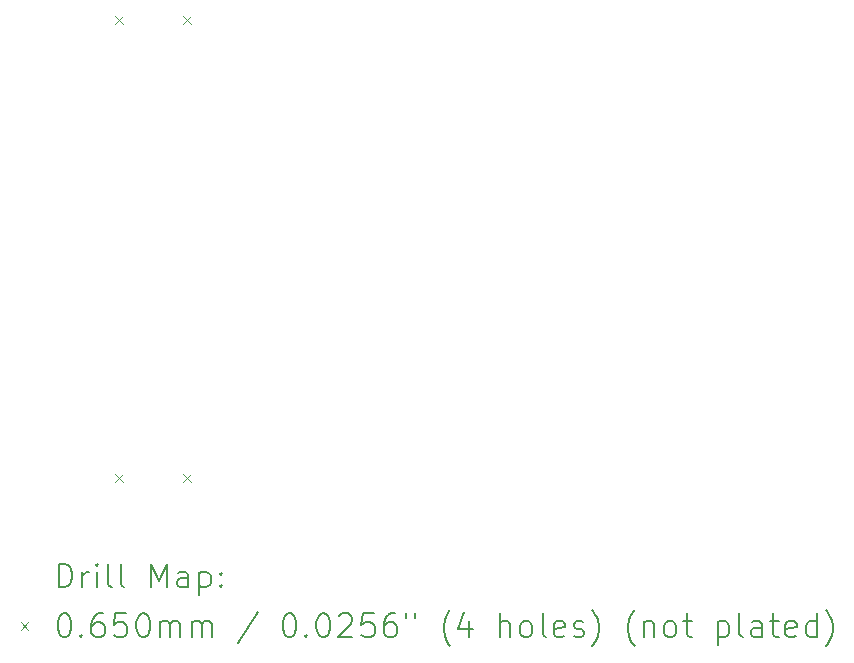
<source format=gbr>
%TF.GenerationSoftware,KiCad,Pcbnew,6.0.11+dfsg-1*%
%TF.CreationDate,2023-04-26T00:49:20+01:00*%
%TF.ProjectId,bico,6269636f-2e6b-4696-9361-645f70636258,rev?*%
%TF.SameCoordinates,Original*%
%TF.FileFunction,Drillmap*%
%TF.FilePolarity,Positive*%
%FSLAX45Y45*%
G04 Gerber Fmt 4.5, Leading zero omitted, Abs format (unit mm)*
G04 Created by KiCad (PCBNEW 6.0.11+dfsg-1) date 2023-04-26 00:49:20*
%MOMM*%
%LPD*%
G01*
G04 APERTURE LIST*
%ADD10C,0.200000*%
%ADD11C,0.065000*%
G04 APERTURE END LIST*
D10*
D11*
X14678500Y-8028000D02*
X14743500Y-8093000D01*
X14743500Y-8028000D02*
X14678500Y-8093000D01*
X14678500Y-11907000D02*
X14743500Y-11972000D01*
X14743500Y-11907000D02*
X14678500Y-11972000D01*
X15256500Y-8028000D02*
X15321500Y-8093000D01*
X15321500Y-8028000D02*
X15256500Y-8093000D01*
X15256500Y-11907000D02*
X15321500Y-11972000D01*
X15321500Y-11907000D02*
X15256500Y-11972000D01*
D10*
X14201619Y-12866476D02*
X14201619Y-12666476D01*
X14249238Y-12666476D01*
X14277809Y-12676000D01*
X14296857Y-12695048D01*
X14306381Y-12714095D01*
X14315905Y-12752190D01*
X14315905Y-12780762D01*
X14306381Y-12818857D01*
X14296857Y-12837905D01*
X14277809Y-12856952D01*
X14249238Y-12866476D01*
X14201619Y-12866476D01*
X14401619Y-12866476D02*
X14401619Y-12733143D01*
X14401619Y-12771238D02*
X14411143Y-12752190D01*
X14420667Y-12742667D01*
X14439714Y-12733143D01*
X14458762Y-12733143D01*
X14525428Y-12866476D02*
X14525428Y-12733143D01*
X14525428Y-12666476D02*
X14515905Y-12676000D01*
X14525428Y-12685524D01*
X14534952Y-12676000D01*
X14525428Y-12666476D01*
X14525428Y-12685524D01*
X14649238Y-12866476D02*
X14630190Y-12856952D01*
X14620667Y-12837905D01*
X14620667Y-12666476D01*
X14754000Y-12866476D02*
X14734952Y-12856952D01*
X14725428Y-12837905D01*
X14725428Y-12666476D01*
X14982571Y-12866476D02*
X14982571Y-12666476D01*
X15049238Y-12809333D01*
X15115905Y-12666476D01*
X15115905Y-12866476D01*
X15296857Y-12866476D02*
X15296857Y-12761714D01*
X15287333Y-12742667D01*
X15268286Y-12733143D01*
X15230190Y-12733143D01*
X15211143Y-12742667D01*
X15296857Y-12856952D02*
X15277809Y-12866476D01*
X15230190Y-12866476D01*
X15211143Y-12856952D01*
X15201619Y-12837905D01*
X15201619Y-12818857D01*
X15211143Y-12799809D01*
X15230190Y-12790286D01*
X15277809Y-12790286D01*
X15296857Y-12780762D01*
X15392095Y-12733143D02*
X15392095Y-12933143D01*
X15392095Y-12742667D02*
X15411143Y-12733143D01*
X15449238Y-12733143D01*
X15468286Y-12742667D01*
X15477809Y-12752190D01*
X15487333Y-12771238D01*
X15487333Y-12828381D01*
X15477809Y-12847428D01*
X15468286Y-12856952D01*
X15449238Y-12866476D01*
X15411143Y-12866476D01*
X15392095Y-12856952D01*
X15573048Y-12847428D02*
X15582571Y-12856952D01*
X15573048Y-12866476D01*
X15563524Y-12856952D01*
X15573048Y-12847428D01*
X15573048Y-12866476D01*
X15573048Y-12742667D02*
X15582571Y-12752190D01*
X15573048Y-12761714D01*
X15563524Y-12752190D01*
X15573048Y-12742667D01*
X15573048Y-12761714D01*
D11*
X13879000Y-13163500D02*
X13944000Y-13228500D01*
X13944000Y-13163500D02*
X13879000Y-13228500D01*
D10*
X14239714Y-13086476D02*
X14258762Y-13086476D01*
X14277809Y-13096000D01*
X14287333Y-13105524D01*
X14296857Y-13124571D01*
X14306381Y-13162667D01*
X14306381Y-13210286D01*
X14296857Y-13248381D01*
X14287333Y-13267428D01*
X14277809Y-13276952D01*
X14258762Y-13286476D01*
X14239714Y-13286476D01*
X14220667Y-13276952D01*
X14211143Y-13267428D01*
X14201619Y-13248381D01*
X14192095Y-13210286D01*
X14192095Y-13162667D01*
X14201619Y-13124571D01*
X14211143Y-13105524D01*
X14220667Y-13096000D01*
X14239714Y-13086476D01*
X14392095Y-13267428D02*
X14401619Y-13276952D01*
X14392095Y-13286476D01*
X14382571Y-13276952D01*
X14392095Y-13267428D01*
X14392095Y-13286476D01*
X14573048Y-13086476D02*
X14534952Y-13086476D01*
X14515905Y-13096000D01*
X14506381Y-13105524D01*
X14487333Y-13134095D01*
X14477809Y-13172190D01*
X14477809Y-13248381D01*
X14487333Y-13267428D01*
X14496857Y-13276952D01*
X14515905Y-13286476D01*
X14554000Y-13286476D01*
X14573048Y-13276952D01*
X14582571Y-13267428D01*
X14592095Y-13248381D01*
X14592095Y-13200762D01*
X14582571Y-13181714D01*
X14573048Y-13172190D01*
X14554000Y-13162667D01*
X14515905Y-13162667D01*
X14496857Y-13172190D01*
X14487333Y-13181714D01*
X14477809Y-13200762D01*
X14773048Y-13086476D02*
X14677809Y-13086476D01*
X14668286Y-13181714D01*
X14677809Y-13172190D01*
X14696857Y-13162667D01*
X14744476Y-13162667D01*
X14763524Y-13172190D01*
X14773048Y-13181714D01*
X14782571Y-13200762D01*
X14782571Y-13248381D01*
X14773048Y-13267428D01*
X14763524Y-13276952D01*
X14744476Y-13286476D01*
X14696857Y-13286476D01*
X14677809Y-13276952D01*
X14668286Y-13267428D01*
X14906381Y-13086476D02*
X14925428Y-13086476D01*
X14944476Y-13096000D01*
X14954000Y-13105524D01*
X14963524Y-13124571D01*
X14973048Y-13162667D01*
X14973048Y-13210286D01*
X14963524Y-13248381D01*
X14954000Y-13267428D01*
X14944476Y-13276952D01*
X14925428Y-13286476D01*
X14906381Y-13286476D01*
X14887333Y-13276952D01*
X14877809Y-13267428D01*
X14868286Y-13248381D01*
X14858762Y-13210286D01*
X14858762Y-13162667D01*
X14868286Y-13124571D01*
X14877809Y-13105524D01*
X14887333Y-13096000D01*
X14906381Y-13086476D01*
X15058762Y-13286476D02*
X15058762Y-13153143D01*
X15058762Y-13172190D02*
X15068286Y-13162667D01*
X15087333Y-13153143D01*
X15115905Y-13153143D01*
X15134952Y-13162667D01*
X15144476Y-13181714D01*
X15144476Y-13286476D01*
X15144476Y-13181714D02*
X15154000Y-13162667D01*
X15173048Y-13153143D01*
X15201619Y-13153143D01*
X15220667Y-13162667D01*
X15230190Y-13181714D01*
X15230190Y-13286476D01*
X15325428Y-13286476D02*
X15325428Y-13153143D01*
X15325428Y-13172190D02*
X15334952Y-13162667D01*
X15354000Y-13153143D01*
X15382571Y-13153143D01*
X15401619Y-13162667D01*
X15411143Y-13181714D01*
X15411143Y-13286476D01*
X15411143Y-13181714D02*
X15420667Y-13162667D01*
X15439714Y-13153143D01*
X15468286Y-13153143D01*
X15487333Y-13162667D01*
X15496857Y-13181714D01*
X15496857Y-13286476D01*
X15887333Y-13076952D02*
X15715905Y-13334095D01*
X16144476Y-13086476D02*
X16163524Y-13086476D01*
X16182571Y-13096000D01*
X16192095Y-13105524D01*
X16201619Y-13124571D01*
X16211143Y-13162667D01*
X16211143Y-13210286D01*
X16201619Y-13248381D01*
X16192095Y-13267428D01*
X16182571Y-13276952D01*
X16163524Y-13286476D01*
X16144476Y-13286476D01*
X16125428Y-13276952D01*
X16115905Y-13267428D01*
X16106381Y-13248381D01*
X16096857Y-13210286D01*
X16096857Y-13162667D01*
X16106381Y-13124571D01*
X16115905Y-13105524D01*
X16125428Y-13096000D01*
X16144476Y-13086476D01*
X16296857Y-13267428D02*
X16306381Y-13276952D01*
X16296857Y-13286476D01*
X16287333Y-13276952D01*
X16296857Y-13267428D01*
X16296857Y-13286476D01*
X16430190Y-13086476D02*
X16449238Y-13086476D01*
X16468286Y-13096000D01*
X16477809Y-13105524D01*
X16487333Y-13124571D01*
X16496857Y-13162667D01*
X16496857Y-13210286D01*
X16487333Y-13248381D01*
X16477809Y-13267428D01*
X16468286Y-13276952D01*
X16449238Y-13286476D01*
X16430190Y-13286476D01*
X16411143Y-13276952D01*
X16401619Y-13267428D01*
X16392095Y-13248381D01*
X16382571Y-13210286D01*
X16382571Y-13162667D01*
X16392095Y-13124571D01*
X16401619Y-13105524D01*
X16411143Y-13096000D01*
X16430190Y-13086476D01*
X16573048Y-13105524D02*
X16582571Y-13096000D01*
X16601619Y-13086476D01*
X16649238Y-13086476D01*
X16668286Y-13096000D01*
X16677809Y-13105524D01*
X16687333Y-13124571D01*
X16687333Y-13143619D01*
X16677809Y-13172190D01*
X16563524Y-13286476D01*
X16687333Y-13286476D01*
X16868286Y-13086476D02*
X16773048Y-13086476D01*
X16763524Y-13181714D01*
X16773048Y-13172190D01*
X16792095Y-13162667D01*
X16839714Y-13162667D01*
X16858762Y-13172190D01*
X16868286Y-13181714D01*
X16877810Y-13200762D01*
X16877810Y-13248381D01*
X16868286Y-13267428D01*
X16858762Y-13276952D01*
X16839714Y-13286476D01*
X16792095Y-13286476D01*
X16773048Y-13276952D01*
X16763524Y-13267428D01*
X17049238Y-13086476D02*
X17011143Y-13086476D01*
X16992095Y-13096000D01*
X16982571Y-13105524D01*
X16963524Y-13134095D01*
X16954000Y-13172190D01*
X16954000Y-13248381D01*
X16963524Y-13267428D01*
X16973048Y-13276952D01*
X16992095Y-13286476D01*
X17030190Y-13286476D01*
X17049238Y-13276952D01*
X17058762Y-13267428D01*
X17068286Y-13248381D01*
X17068286Y-13200762D01*
X17058762Y-13181714D01*
X17049238Y-13172190D01*
X17030190Y-13162667D01*
X16992095Y-13162667D01*
X16973048Y-13172190D01*
X16963524Y-13181714D01*
X16954000Y-13200762D01*
X17144476Y-13086476D02*
X17144476Y-13124571D01*
X17220667Y-13086476D02*
X17220667Y-13124571D01*
X17515905Y-13362667D02*
X17506381Y-13353143D01*
X17487333Y-13324571D01*
X17477810Y-13305524D01*
X17468286Y-13276952D01*
X17458762Y-13229333D01*
X17458762Y-13191238D01*
X17468286Y-13143619D01*
X17477810Y-13115048D01*
X17487333Y-13096000D01*
X17506381Y-13067428D01*
X17515905Y-13057905D01*
X17677810Y-13153143D02*
X17677810Y-13286476D01*
X17630190Y-13076952D02*
X17582571Y-13219809D01*
X17706381Y-13219809D01*
X17934952Y-13286476D02*
X17934952Y-13086476D01*
X18020667Y-13286476D02*
X18020667Y-13181714D01*
X18011143Y-13162667D01*
X17992095Y-13153143D01*
X17963524Y-13153143D01*
X17944476Y-13162667D01*
X17934952Y-13172190D01*
X18144476Y-13286476D02*
X18125429Y-13276952D01*
X18115905Y-13267428D01*
X18106381Y-13248381D01*
X18106381Y-13191238D01*
X18115905Y-13172190D01*
X18125429Y-13162667D01*
X18144476Y-13153143D01*
X18173048Y-13153143D01*
X18192095Y-13162667D01*
X18201619Y-13172190D01*
X18211143Y-13191238D01*
X18211143Y-13248381D01*
X18201619Y-13267428D01*
X18192095Y-13276952D01*
X18173048Y-13286476D01*
X18144476Y-13286476D01*
X18325429Y-13286476D02*
X18306381Y-13276952D01*
X18296857Y-13257905D01*
X18296857Y-13086476D01*
X18477810Y-13276952D02*
X18458762Y-13286476D01*
X18420667Y-13286476D01*
X18401619Y-13276952D01*
X18392095Y-13257905D01*
X18392095Y-13181714D01*
X18401619Y-13162667D01*
X18420667Y-13153143D01*
X18458762Y-13153143D01*
X18477810Y-13162667D01*
X18487333Y-13181714D01*
X18487333Y-13200762D01*
X18392095Y-13219809D01*
X18563524Y-13276952D02*
X18582571Y-13286476D01*
X18620667Y-13286476D01*
X18639714Y-13276952D01*
X18649238Y-13257905D01*
X18649238Y-13248381D01*
X18639714Y-13229333D01*
X18620667Y-13219809D01*
X18592095Y-13219809D01*
X18573048Y-13210286D01*
X18563524Y-13191238D01*
X18563524Y-13181714D01*
X18573048Y-13162667D01*
X18592095Y-13153143D01*
X18620667Y-13153143D01*
X18639714Y-13162667D01*
X18715905Y-13362667D02*
X18725429Y-13353143D01*
X18744476Y-13324571D01*
X18754000Y-13305524D01*
X18763524Y-13276952D01*
X18773048Y-13229333D01*
X18773048Y-13191238D01*
X18763524Y-13143619D01*
X18754000Y-13115048D01*
X18744476Y-13096000D01*
X18725429Y-13067428D01*
X18715905Y-13057905D01*
X19077810Y-13362667D02*
X19068286Y-13353143D01*
X19049238Y-13324571D01*
X19039714Y-13305524D01*
X19030190Y-13276952D01*
X19020667Y-13229333D01*
X19020667Y-13191238D01*
X19030190Y-13143619D01*
X19039714Y-13115048D01*
X19049238Y-13096000D01*
X19068286Y-13067428D01*
X19077810Y-13057905D01*
X19154000Y-13153143D02*
X19154000Y-13286476D01*
X19154000Y-13172190D02*
X19163524Y-13162667D01*
X19182571Y-13153143D01*
X19211143Y-13153143D01*
X19230190Y-13162667D01*
X19239714Y-13181714D01*
X19239714Y-13286476D01*
X19363524Y-13286476D02*
X19344476Y-13276952D01*
X19334952Y-13267428D01*
X19325429Y-13248381D01*
X19325429Y-13191238D01*
X19334952Y-13172190D01*
X19344476Y-13162667D01*
X19363524Y-13153143D01*
X19392095Y-13153143D01*
X19411143Y-13162667D01*
X19420667Y-13172190D01*
X19430190Y-13191238D01*
X19430190Y-13248381D01*
X19420667Y-13267428D01*
X19411143Y-13276952D01*
X19392095Y-13286476D01*
X19363524Y-13286476D01*
X19487333Y-13153143D02*
X19563524Y-13153143D01*
X19515905Y-13086476D02*
X19515905Y-13257905D01*
X19525429Y-13276952D01*
X19544476Y-13286476D01*
X19563524Y-13286476D01*
X19782571Y-13153143D02*
X19782571Y-13353143D01*
X19782571Y-13162667D02*
X19801619Y-13153143D01*
X19839714Y-13153143D01*
X19858762Y-13162667D01*
X19868286Y-13172190D01*
X19877810Y-13191238D01*
X19877810Y-13248381D01*
X19868286Y-13267428D01*
X19858762Y-13276952D01*
X19839714Y-13286476D01*
X19801619Y-13286476D01*
X19782571Y-13276952D01*
X19992095Y-13286476D02*
X19973048Y-13276952D01*
X19963524Y-13257905D01*
X19963524Y-13086476D01*
X20154000Y-13286476D02*
X20154000Y-13181714D01*
X20144476Y-13162667D01*
X20125429Y-13153143D01*
X20087333Y-13153143D01*
X20068286Y-13162667D01*
X20154000Y-13276952D02*
X20134952Y-13286476D01*
X20087333Y-13286476D01*
X20068286Y-13276952D01*
X20058762Y-13257905D01*
X20058762Y-13238857D01*
X20068286Y-13219809D01*
X20087333Y-13210286D01*
X20134952Y-13210286D01*
X20154000Y-13200762D01*
X20220667Y-13153143D02*
X20296857Y-13153143D01*
X20249238Y-13086476D02*
X20249238Y-13257905D01*
X20258762Y-13276952D01*
X20277810Y-13286476D01*
X20296857Y-13286476D01*
X20439714Y-13276952D02*
X20420667Y-13286476D01*
X20382571Y-13286476D01*
X20363524Y-13276952D01*
X20354000Y-13257905D01*
X20354000Y-13181714D01*
X20363524Y-13162667D01*
X20382571Y-13153143D01*
X20420667Y-13153143D01*
X20439714Y-13162667D01*
X20449238Y-13181714D01*
X20449238Y-13200762D01*
X20354000Y-13219809D01*
X20620667Y-13286476D02*
X20620667Y-13086476D01*
X20620667Y-13276952D02*
X20601619Y-13286476D01*
X20563524Y-13286476D01*
X20544476Y-13276952D01*
X20534952Y-13267428D01*
X20525429Y-13248381D01*
X20525429Y-13191238D01*
X20534952Y-13172190D01*
X20544476Y-13162667D01*
X20563524Y-13153143D01*
X20601619Y-13153143D01*
X20620667Y-13162667D01*
X20696857Y-13362667D02*
X20706381Y-13353143D01*
X20725429Y-13324571D01*
X20734952Y-13305524D01*
X20744476Y-13276952D01*
X20754000Y-13229333D01*
X20754000Y-13191238D01*
X20744476Y-13143619D01*
X20734952Y-13115048D01*
X20725429Y-13096000D01*
X20706381Y-13067428D01*
X20696857Y-13057905D01*
M02*

</source>
